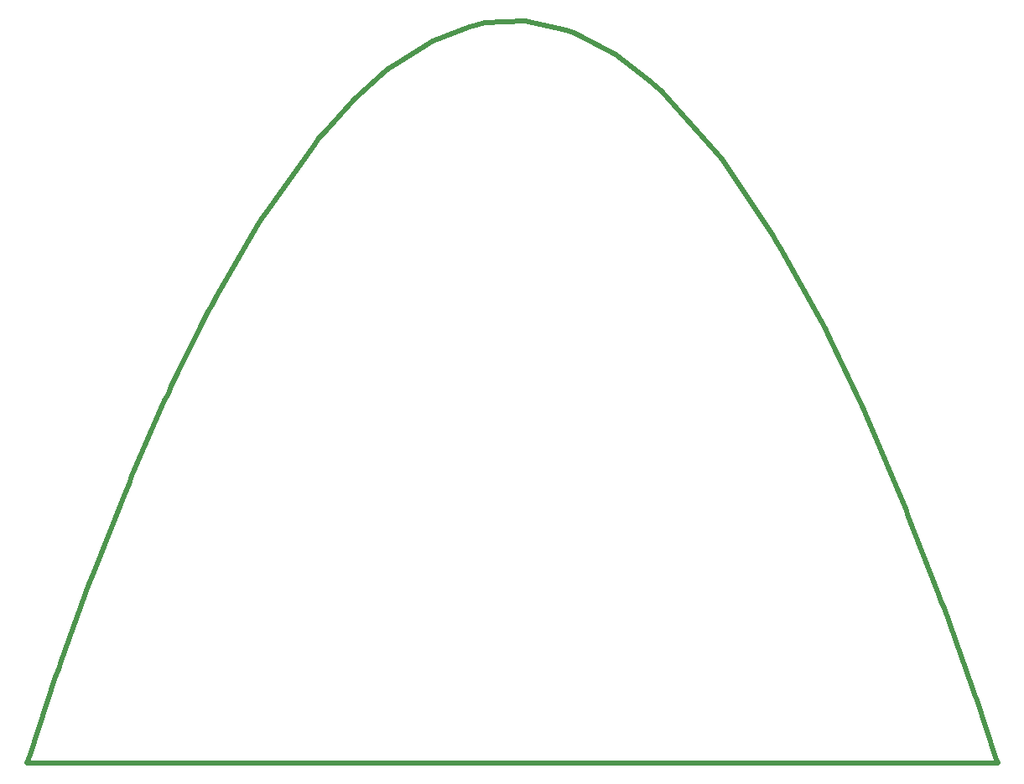
<source format=gbr>
G04 start of page 4 for group 2 idx 2 *
G04 Title: Stand-2 for heart, outline *
G04 Creator: pcb 4.0.2 *
G04 CreationDate: Fri Apr  5 19:32:28 2019 UTC *
G04 For: alez *
G04 Format: Gerber/RS-274X *
G04 PCB-Dimensions (mil): 3937.01 2992.13 *
G04 PCB-Coordinate-Origin: lower left *
%MOIN*%
%FSLAX25Y25*%
%LNOUTLINE*%
%ADD18C,0.0197*%
G54D18*X76376Y187817D02*X92911Y216163D01*
X94486Y218919D01*
X96455Y221675D01*
X115352Y248447D01*
X117321Y250809D01*
X119683Y253565D01*
X131100Y266163D01*
X142518Y276793D01*
X144880Y278762D01*
X148029Y280730D01*
X162596Y289785D01*
X177163Y295297D01*
X179919Y296085D01*
X183069Y296872D01*
X199210Y297659D01*
X215352Y294116D01*
X218502Y292935D01*
X221258Y291754D01*
X235037Y284274D01*
X248423Y274037D01*
X251179Y271675D01*
X253541Y269707D01*
X275195Y245297D01*
X277557Y242541D01*
X279525Y239785D01*
X297636Y212620D01*
X299210Y209470D01*
X300785Y207108D01*
X316927Y178368D01*
X318502Y175218D01*
X319683Y172463D01*
X333856Y142935D01*
X335037Y139785D01*
X336612Y136635D01*
X1179Y2383D02*X387006D01*
X1179D02*X2360Y5533D01*
X12596Y36635D01*
X13777Y39785D01*
X14959Y42935D01*
X25982Y73644D01*
X27163Y76793D01*
X28344Y79943D01*
X40549Y110257D01*
X41730Y113407D01*
X42911Y116557D01*
X55903Y146478D01*
X57478Y149233D01*
X58659Y152383D01*
X73226Y181911D01*
X74801Y184667D01*
X76376Y187817D01*
X336612Y136635D02*X349210Y106714D01*
X350392Y103565D01*
X351573Y100415D01*
X363384Y69707D01*
X364565Y66557D01*
X365746Y63801D01*
X376770Y32698D01*
X377951Y29548D01*
X378738Y27187D01*
X386218Y4746D01*
X387006Y2383D01*
M02*

</source>
